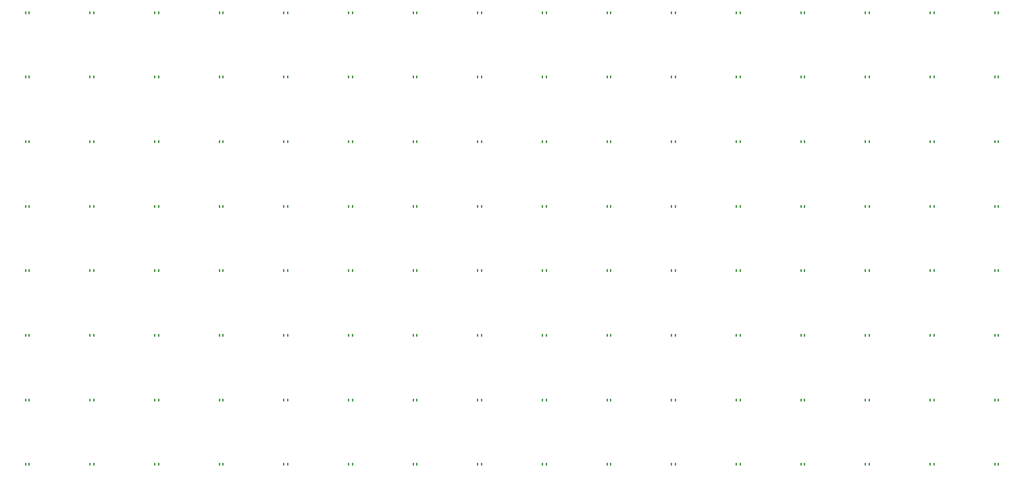
<source format=gtp>
G04*
G04 #@! TF.GenerationSoftware,Altium Limited,Altium Designer,25.3.3 (18)*
G04*
G04 Layer_Color=8421504*
%FSLAX44Y44*%
%MOMM*%
G71*
G04*
G04 #@! TF.SameCoordinates,CB88EDEE-3B84-468B-BC6F-DFD1C9856FDA*
G04*
G04*
G04 #@! TF.FilePolarity,Positive*
G04*
G01*
G75*
%ADD13R,0.2500X0.3000*%
D13*
X1632300Y575310D02*
D03*
X1627500D02*
D03*
X417300Y1142310D02*
D03*
X412500D02*
D03*
X417300Y1061310D02*
D03*
X412500D02*
D03*
X417300Y980310D02*
D03*
X412500D02*
D03*
X417300Y899310D02*
D03*
X412500D02*
D03*
X417300Y818310D02*
D03*
X412500D02*
D03*
X417300Y737310D02*
D03*
X412500D02*
D03*
X417300Y656310D02*
D03*
X412500D02*
D03*
Y575310D02*
D03*
X417300D02*
D03*
X498300Y1142310D02*
D03*
X493500D02*
D03*
X498300Y1061310D02*
D03*
X493500D02*
D03*
X498300Y980310D02*
D03*
X493500D02*
D03*
X498300Y899310D02*
D03*
X493500D02*
D03*
X498300Y818310D02*
D03*
X493500D02*
D03*
X498300Y737310D02*
D03*
X493500D02*
D03*
X498300Y656310D02*
D03*
X493500D02*
D03*
X498300Y575310D02*
D03*
X493500D02*
D03*
X579300Y1142310D02*
D03*
X574500D02*
D03*
X579300Y1061310D02*
D03*
X574500D02*
D03*
X579300Y980310D02*
D03*
X574500D02*
D03*
X579300Y899310D02*
D03*
X574500D02*
D03*
X579300Y818310D02*
D03*
X574500D02*
D03*
X579300Y737310D02*
D03*
X574500D02*
D03*
X579300Y656310D02*
D03*
X574500D02*
D03*
X579300Y575310D02*
D03*
X574500D02*
D03*
X660300Y1142310D02*
D03*
X655500D02*
D03*
X660300Y1061310D02*
D03*
X655500D02*
D03*
X660300Y980310D02*
D03*
X655500D02*
D03*
X660300Y899310D02*
D03*
X655500D02*
D03*
X660300Y818310D02*
D03*
X655500D02*
D03*
X660300Y737310D02*
D03*
X655500D02*
D03*
X660300Y656310D02*
D03*
X655500D02*
D03*
X660300Y575310D02*
D03*
X655500D02*
D03*
X741300Y1142310D02*
D03*
X736500D02*
D03*
X741300Y1061310D02*
D03*
X736500D02*
D03*
X741300Y980310D02*
D03*
X736500D02*
D03*
X741300Y899310D02*
D03*
X736500D02*
D03*
X741300Y818310D02*
D03*
X736500D02*
D03*
X741300Y737310D02*
D03*
X736500D02*
D03*
X741300Y656310D02*
D03*
X736500D02*
D03*
X741300Y575310D02*
D03*
X736500D02*
D03*
X822300Y1142310D02*
D03*
X817500D02*
D03*
X822300Y1061310D02*
D03*
X817500D02*
D03*
X822300Y980310D02*
D03*
X817500D02*
D03*
X822300Y899310D02*
D03*
X817500D02*
D03*
X822300Y818310D02*
D03*
X817500D02*
D03*
X822300Y737310D02*
D03*
X817500D02*
D03*
X822300Y656310D02*
D03*
X817500D02*
D03*
X822300Y575310D02*
D03*
X817500D02*
D03*
X903300Y1142310D02*
D03*
X898500D02*
D03*
X903300Y1061310D02*
D03*
X898500D02*
D03*
X903300Y980310D02*
D03*
X898500D02*
D03*
X903300Y899310D02*
D03*
X898500D02*
D03*
X903300Y818310D02*
D03*
X898500D02*
D03*
X903300Y737310D02*
D03*
X898500D02*
D03*
X903300Y656310D02*
D03*
X898500D02*
D03*
X903300Y575310D02*
D03*
X898500D02*
D03*
X984300Y1142310D02*
D03*
X979500D02*
D03*
X984300Y1061310D02*
D03*
X979500D02*
D03*
X984300Y980310D02*
D03*
X979500D02*
D03*
X984300Y899310D02*
D03*
X979500D02*
D03*
X984300Y818310D02*
D03*
X979500D02*
D03*
X984300Y737310D02*
D03*
X979500D02*
D03*
X984300Y656310D02*
D03*
X979500D02*
D03*
X984300Y575310D02*
D03*
X979500D02*
D03*
X1065300Y1142310D02*
D03*
X1060500D02*
D03*
X1065300Y1061310D02*
D03*
X1060500D02*
D03*
X1065300Y980310D02*
D03*
X1060500D02*
D03*
X1065300Y899310D02*
D03*
X1060500D02*
D03*
X1065300Y818310D02*
D03*
X1060500D02*
D03*
X1065300Y737310D02*
D03*
X1060500D02*
D03*
X1065300Y656310D02*
D03*
X1060500D02*
D03*
X1065300Y575310D02*
D03*
X1060500D02*
D03*
X1146300Y1142310D02*
D03*
X1141500D02*
D03*
X1146300Y1061310D02*
D03*
X1141500D02*
D03*
X1146300Y980310D02*
D03*
X1141500D02*
D03*
X1146300Y899310D02*
D03*
X1141500D02*
D03*
X1146300Y818310D02*
D03*
X1141500D02*
D03*
X1146300Y737310D02*
D03*
X1141500D02*
D03*
X1146300Y656310D02*
D03*
X1141500D02*
D03*
X1146300Y575310D02*
D03*
X1141500D02*
D03*
X1227300Y1142310D02*
D03*
X1222500D02*
D03*
X1227300Y1061310D02*
D03*
X1222500D02*
D03*
X1227300Y980310D02*
D03*
X1222500D02*
D03*
X1227300Y899310D02*
D03*
X1222500D02*
D03*
X1227300Y818310D02*
D03*
X1222500D02*
D03*
X1227300Y737310D02*
D03*
X1222500D02*
D03*
X1227300Y656310D02*
D03*
X1222500D02*
D03*
X1227300Y575310D02*
D03*
X1222500D02*
D03*
X1308300Y1142310D02*
D03*
X1303500D02*
D03*
X1308300Y1061310D02*
D03*
X1303500D02*
D03*
X1308300Y980310D02*
D03*
X1303500D02*
D03*
X1308300Y899310D02*
D03*
X1303500D02*
D03*
X1308300Y818310D02*
D03*
X1303500D02*
D03*
X1308300Y737310D02*
D03*
X1303500D02*
D03*
X1308300Y656310D02*
D03*
X1303500D02*
D03*
X1308300Y575310D02*
D03*
X1303500D02*
D03*
X1389300Y1142310D02*
D03*
X1384500D02*
D03*
X1389300Y1061310D02*
D03*
X1384500D02*
D03*
X1389300Y980310D02*
D03*
X1384500D02*
D03*
X1389300Y899310D02*
D03*
X1384500D02*
D03*
X1389300Y818310D02*
D03*
X1384500D02*
D03*
X1389300Y737310D02*
D03*
X1384500D02*
D03*
X1389300Y656310D02*
D03*
X1384500D02*
D03*
X1389300Y575310D02*
D03*
X1384500D02*
D03*
X1470300Y1142310D02*
D03*
X1465500D02*
D03*
X1470300Y1061310D02*
D03*
X1465500D02*
D03*
X1470300Y980310D02*
D03*
X1465500D02*
D03*
X1470300Y899310D02*
D03*
X1465500D02*
D03*
X1470300Y818310D02*
D03*
X1465500D02*
D03*
X1470300Y737310D02*
D03*
X1465500D02*
D03*
X1470300Y656310D02*
D03*
X1465500D02*
D03*
X1470300Y575310D02*
D03*
X1465500D02*
D03*
X1551300Y1142310D02*
D03*
X1546500D02*
D03*
X1551300Y1061310D02*
D03*
X1546500D02*
D03*
X1551300Y980310D02*
D03*
X1546500D02*
D03*
X1551300Y899310D02*
D03*
X1546500D02*
D03*
X1551300Y818310D02*
D03*
X1546500D02*
D03*
X1551300Y737310D02*
D03*
X1546500D02*
D03*
X1551300Y656310D02*
D03*
X1546500D02*
D03*
X1551300Y575310D02*
D03*
X1546500D02*
D03*
X1632300Y1142310D02*
D03*
X1627500D02*
D03*
X1632300Y1061310D02*
D03*
X1627500D02*
D03*
X1632300Y980310D02*
D03*
X1627500D02*
D03*
X1632300Y899310D02*
D03*
X1627500D02*
D03*
X1632300Y818310D02*
D03*
X1627500D02*
D03*
X1632300Y737310D02*
D03*
X1627500D02*
D03*
X1632300Y656310D02*
D03*
X1627500D02*
D03*
M02*

</source>
